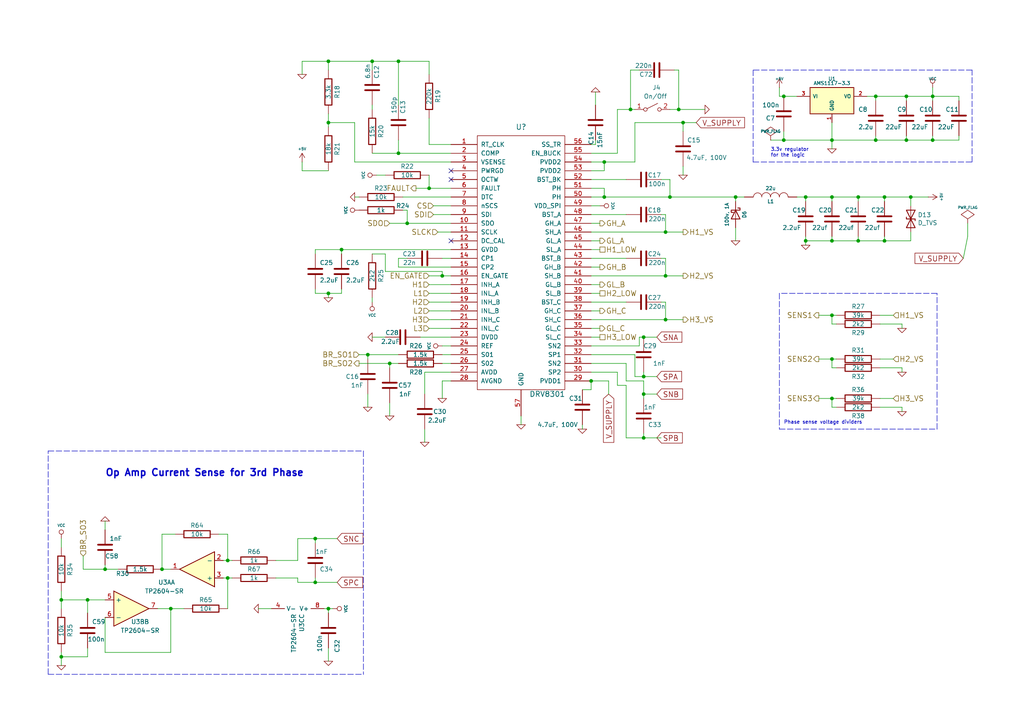
<source format=kicad_sch>
(kicad_sch (version 20250114) (generator "eeschema") (generator_version "9.0")
  (paper "A4")
  (lib_symbols
    (symbol "BLDC_4-rescue:C-RESCUE-BLDC_4" (pin_numbers (hide yes)) (pin_names (offset 0.254))
      (property "Reference" "C" (at 0 2.54 0))
      (property "Value" "C-RESCUE-BLDC_4" (at 0.1524 -2.159 0))
      (symbol "C-RESCUE-BLDC_4_1_1"
        (pin passive line (at 0 5.08 270) (length 4.318) (name "~") (number "1"))
        (pin passive line (at 0 -5.08 90) (length 4.318) (name "~") (number "2"))
      )
    )
    (symbol "BLDC_4-rescue:DRV8301" (pin_names (offset 1.016))
      (property "Reference" "U" (at 0 46.99 0))
      (property "Value" "DRV8301" (at 6.35 -29.21 0))
      (symbol "DRV8301_0_0"
        (pin passive line (at 0 -35.56 90) (length 7.62) (name "GND") (number "57"))
        (pin passive line (at 20.32 43.18 180) (length 7.62) (name "SS_TR") (number "56"))
        (pin input line (at 20.32 40.64 180) (length 7.62) (name "EN_BUCK") (number "55"))
        (pin power_in line (at 20.32 38.1 180) (length 7.62) (name "PVDD2") (number "54"))
        (pin power_in line (at 20.32 35.56 180) (length 7.62) (name "PVDD2") (number "53"))
        (pin passive line (at 20.32 33.02 180) (length 7.62) (name "BST_BK") (number "52"))
        (pin output line (at 20.32 30.48 180) (length 7.62) (name "PH") (number "51"))
        (pin output line (at 20.32 27.94 180) (length 7.62) (name "PH") (number "50"))
      )
      (symbol "DRV8301_1_0"
        (pin passive line (at 20.32 10.16 180) (length 7.62) (name "BST_B") (number "43"))
      )
      (symbol "DRV8301_1_1"
        (pin passive line (at -20.32 43.18 0) (length 7.62) (name "RT_CLK") (number "1"))
        (pin passive line (at -20.32 40.64 0) (length 7.62) (name "COMP") (number "2"))
        (pin input line (at -20.32 38.1 0) (length 7.62) (name "VSENSE") (number "3"))
        (pin input line (at -20.32 35.56 0) (length 7.62) (name "PWRGD") (number "4"))
        (pin input line (at -20.32 33.02 0) (length 7.62) (name "OCTW") (number "5"))
        (pin output line (at -20.32 30.48 0) (length 7.62) (name "FAULT") (number "6"))
        (pin passive line (at -20.32 27.94 0) (length 7.62) (name "DTC") (number "7"))
        (pin input line (at -20.32 25.4 0) (length 7.62) (name "nSCS") (number "8"))
        (pin bidirectional line (at -20.32 22.86 0) (length 7.62) (name "SDI") (number "9"))
        (pin bidirectional line (at -20.32 20.32 0) (length 7.62) (name "SDO") (number "10"))
        (pin bidirectional line (at -20.32 17.78 0) (length 7.62) (name "SCLK") (number "11"))
        (pin input line (at -20.32 15.24 0) (length 7.62) (name "DC_CAL") (number "12"))
        (pin passive line (at -20.32 12.7 0) (length 7.62) (name "GVDD") (number "13"))
        (pin passive line (at -20.32 10.16 0) (length 7.62) (name "CP1") (number "14"))
        (pin passive line (at -20.32 7.62 0) (length 7.62) (name "CP2") (number "15"))
        (pin input line (at -20.32 5.08 0) (length 7.62) (name "EN_GATE") (number "16"))
        (pin input line (at -20.32 2.54 0) (length 7.62) (name "INH_A") (number "17"))
        (pin input line (at -20.32 0 0) (length 7.62) (name "INL_A") (number "18"))
        (pin input line (at -20.32 -2.54 0) (length 7.62) (name "INH_B") (number "19"))
        (pin input line (at -20.32 -5.08 0) (length 7.62) (name "INL_B") (number "20"))
        (pin input line (at -20.32 -7.62 0) (length 7.62) (name "INH_C") (number "21"))
        (pin input line (at -20.32 -10.16 0) (length 7.62) (name "INL_C") (number "22"))
        (pin input line (at -20.32 -12.7 0) (length 7.62) (name "DVDD") (number "23"))
        (pin passive line (at -20.32 -15.24 0) (length 7.62) (name "REF") (number "24"))
        (pin input line (at -20.32 -17.78 0) (length 7.62) (name "S01") (number "25"))
        (pin input line (at -20.32 -20.32 0) (length 7.62) (name "S02") (number "26"))
        (pin power_in line (at -20.32 -22.86 0) (length 7.62) (name "AVDD") (number "27"))
        (pin passive line (at -20.32 -25.4 0) (length 7.62) (name "AVGND") (number "28"))
        (pin power_in line (at 20.32 25.4 180) (length 7.62) (name "VDD_SPI") (number "49"))
        (pin passive line (at 20.32 22.86 180) (length 7.62) (name "BST_A") (number "48"))
        (pin output line (at 20.32 20.32 180) (length 7.62) (name "GH_A") (number "47"))
        (pin input line (at 20.32 17.78 180) (length 7.62) (name "SH_A") (number "46"))
        (pin output line (at 20.32 15.24 180) (length 7.62) (name "GL_A") (number "45"))
        (pin input line (at 20.32 12.7 180) (length 7.62) (name "SL_A") (number "44"))
        (pin output line (at 20.32 7.62 180) (length 7.62) (name "GH_B") (number "42"))
        (pin input line (at 20.32 5.08 180) (length 7.62) (name "SH_B") (number "41"))
        (pin output line (at 20.32 2.54 180) (length 7.62) (name "GL_B") (number "40"))
        (pin input line (at 20.32 0 180) (length 7.62) (name "SL_B") (number "39"))
        (pin passive line (at 20.32 -2.54 180) (length 7.62) (name "BST_C") (number "38"))
        (pin output line (at 20.32 -5.08 180) (length 7.62) (name "GH_C") (number "37"))
        (pin input line (at 20.32 -7.62 180) (length 7.62) (name "SH_C") (number "36"))
        (pin output line (at 20.32 -10.16 180) (length 7.62) (name "GL_C") (number "35"))
        (pin input line (at 20.32 -12.7 180) (length 7.62) (name "SL_C") (number "34"))
        (pin input line (at 20.32 -15.24 180) (length 7.62) (name "SN2") (number "33"))
        (pin input line (at 20.32 -17.78 180) (length 7.62) (name "SP1") (number "32"))
        (pin input line (at 20.32 -20.32 180) (length 7.62) (name "SN2") (number "31"))
        (pin input line (at 20.32 -22.86 180) (length 7.62) (name "SP2") (number "30"))
        (pin power_in line (at 20.32 -25.4 180) (length 7.62) (name "PVDD1") (number "29"))
      )
    )
    (symbol "BLDC_4-rescue:GND-RESCUE-BLDC_4" (power) (pin_names (offset 0))
      (symbol "GND-RESCUE-BLDC_4_1_1"
        (pin power_in line (at 0 0 90) (length 0) (hide yes) (name "GND") (number "1"))
      )
    )
    (symbol "BLDC_4-rescue:INDUCTOR" (pin_numbers (hide yes)) (pin_names (offset 1.016) (hide yes))
      (property "Reference" "L" (at -1.27 0 90))
      (property "Value" "INDUCTOR" (at 2.54 0 90))
      (symbol "INDUCTOR_1_1"
        (pin passive line (at 0 7.62 270) (length 2.54) (name "1") (number "1"))
        (pin passive line (at 0 -7.62 90) (length 2.54) (name "2") (number "2"))
      )
    )
    (symbol "BLDC_4-rescue:NCP1117ST33T3G" (pin_names (offset 0.762))
      (property "Reference" "U" (at 0 6.35 0))
      (property "Value" "NCP1117ST33T3G" (at 0 5.08 0))
      (symbol "NCP1117ST33T3G_1_1"
        (pin power_in line (at -10.16 1.27 0) (length 3.81) (name "VI") (number "3"))
        (pin power_in line (at 0 -6.35 90) (length 2.54) (name "GND") (number "1"))
        (pin power_out line (at 10.16 1.27 180) (length 3.81) (name "VO") (number "2"))
      )
    )
    (symbol "BLDC_4-rescue:PWR_FLAG" (power) (pin_numbers (hide yes)) (pin_names (offset 0) (hide yes))
      (property "Value" "PWR_FLAG" (at 0 4.572 0))
      (symbol "PWR_FLAG_0_0"
        (pin power_out line (at 0 0 90) (length 0) (name "pwr") (number "1"))
      )
    )
    (symbol "BLDC_4-rescue:R-RESCUE-BLDC_4" (pin_numbers (hide yes)) (pin_names (offset 0))
      (property "Reference" "R" (at 2.032 0 90))
      (property "Value" "R-RESCUE-BLDC_4" (at 0.1778 0.0254 90))
      (symbol "R-RESCUE-BLDC_4_1_1"
        (pin passive line (at 0 6.35 270) (length 2.54) (name "~") (number "1"))
        (pin passive line (at 0 -6.35 90) (length 2.54) (name "~") (number "2"))
      )
    )
    (symbol "BLDC_4-rescue:VCC" (power) (pin_names (offset 0))
      (property "Value" "VCC" (at 0 3.81 0))
      (symbol "VCC_1_1"
        (pin power_in line (at 0 0 90) (length 0) (hide yes) (name "VCC") (number "1"))
      )
    )
    (symbol "Device:D_Schottky" (pin_numbers (hide yes)) (pin_names (offset 1.016) (hide yes))
      (property "Reference" "D" (at 0 2.54 0))
      (property "Value" "D_Schottky" (at 0 -2.54 0))
      (symbol "D_Schottky_1_1"
        (pin passive line (at -3.81 0 0) (length 2.54) (name "K") (number "1"))
        (pin passive line (at 3.81 0 180) (length 2.54) (name "A") (number "2"))
      )
    )
    (symbol "Device:D_TVS" (pin_numbers (hide yes)) (pin_names (offset 1.016) (hide yes))
      (property "Reference" "D" (at 0 2.54 0))
      (property "Value" "D_TVS" (at 0 -2.54 0))
      (symbol "D_TVS_1_1"
        (pin passive line (at -3.81 0 0) (length 2.54) (name "A1") (number "1"))
        (pin passive line (at 3.81 0 180) (length 2.54) (name "A2") (number "2"))
      )
    )
    (symbol "Device:Opamp_Dual_Generic"
      (property "Reference" "U" (at 0 5.08 0))
      (property "Value" "Device_Opamp_Dual_Generic" (at 0 -5.08 0))
      (symbol "Opamp_Dual_Generic_1_1"
        (pin input line (at -7.62 2.54 0) (length 2.54) (name "+") (number "3"))
        (pin input line (at -7.62 -2.54 0) (length 2.54) (name "-") (number "2"))
        (pin output line (at 7.62 0 180) (length 2.54) (name "~") (number "1"))
      )
      (symbol "Opamp_Dual_Generic_2_1"
        (pin input line (at -7.62 2.54 0) (length 2.54) (name "+") (number "5"))
        (pin input line (at -7.62 -2.54 0) (length 2.54) (name "-") (number "6"))
        (pin output line (at 7.62 0 180) (length 2.54) (name "~") (number "7"))
      )
      (symbol "Opamp_Dual_Generic_3_1"
        (pin power_in line (at -2.54 7.62 270) (length 3.81) (name "V+") (number "8"))
        (pin power_in line (at -2.54 -7.62 90) (length 3.81) (name "V-") (number "4"))
      )
    )
    (symbol "Switch:SW_SPST" (pin_names (offset 0) (hide yes))
      (property "Reference" "SW" (at 0 3.175 0))
      (property "Value" "SW_SPST" (at 0 -2.54 0))
      (symbol "SW_SPST_1_1"
        (pin passive line (at -5.08 0 0) (length 2.54) (name "A") (number "1"))
        (pin passive line (at 5.08 0 180) (length 2.54) (name "B") (number "2"))
      )
    )
    (symbol "power:+5V" (power) (pin_numbers (hide yes)) (pin_names (offset 0) (hide yes))
      (property "Value" "+5V" (at 0 3.556 0))
      (symbol "+5V_1_1"
        (pin power_in line (at 0 0 90) (length 0) (name "~") (number "1"))
      )
    )
  )
  (text "Phase sense voltage dividers" (at 227.33 123.19 0) (effects (font (size 1.016 1.016)) (justify left bottom)))
  (text "Op Amp Current Sense for 3rd Phase" (at 30.48 138.43 0) (effects (font (size 2.0066 2.0066) (thickness 0.4013) (bold yes)) (justify left bottom)))
  (text "3.3v regulator\nfor the logic" (at 223.52 45.72 0) (effects (font (size 1.016 1.016)) (justify left bottom)))
  (junction (at 241.3 57.15))
  (junction (at 248.92 69.85))
  (junction (at 91.44 156.21))
  (junction (at 175.26 46.99))
  (junction (at 213.36 57.15))
  (junction (at 115.57 17.78))
  (junction (at 227.33 40.64))
  (junction (at 196.85 31.75))
  (junction (at 118.11 64.77))
  (junction (at 66.04 162.56))
  (junction (at 248.92 57.15))
  (junction (at 106.68 102.87))
  (junction (at 25.4 173.99))
  (junction (at 193.04 92.71))
  (junction (at 182.88 31.75))
  (junction (at 115.57 44.45))
  (junction (at 113.03 105.41))
  (junction (at 66.04 167.64))
  (junction (at 254 27.94))
  (junction (at 171.45 110.49))
  (junction (at 241.3 115.57))
  (junction (at 91.44 168.91))
  (junction (at 124.46 54.61))
  (junction (at 186.69 109.22))
  (junction (at 262.89 27.94))
  (junction (at 227.33 27.94))
  (junction (at 241.3 69.85))
  (junction (at 193.04 80.01))
  (junction (at 241.3 91.44))
  (junction (at 254 40.64))
  (junction (at 99.06 72.39))
  (junction (at 256.54 57.15))
  (junction (at 17.78 190.5))
  (junction (at 30.48 165.1))
  (junction (at 256.54 69.85))
  (junction (at 46.99 165.1))
  (junction (at 264.16 57.15))
  (junction (at 194.31 57.15))
  (junction (at 262.89 40.64))
  (junction (at 49.53 176.53))
  (junction (at 128.27 80.01))
  (junction (at 233.68 69.85))
  (junction (at 95.25 35.56))
  (junction (at 107.95 17.78))
  (junction (at 95.25 17.78))
  (junction (at 198.12 35.56))
  (junction (at 186.69 127))
  (junction (at 186.69 97.79))
  (junction (at 241.3 40.64))
  (junction (at 17.78 173.99))
  (junction (at 193.04 67.31))
  (junction (at 241.3 104.14))
  (junction (at 186.69 114.3))
  (junction (at 270.51 27.94))
  (junction (at 95.25 85.09))
  (junction (at 95.25 176.53))
  (junction (at 233.68 57.15))
  (junction (at 270.51 40.64))
  (junction (at 175.26 57.15))
  (no_connect (at 130.81 49.53))
  (no_connect (at 130.81 52.07))
  (no_connect (at 130.81 69.85))
  (wire (pts (xy 124.46 41.91) (xy 130.81 41.91)))
  (wire (pts (xy 95.25 191.77) (xy 95.25 187.96)))
  (wire (pts (xy 248.92 69.85) (xy 248.92 68.58)))
  (wire (pts (xy 237.49 115.57) (xy 241.3 115.57)))
  (wire (pts (xy 241.3 40.64) (xy 254 40.64)))
  (wire (pts (xy 102.87 46.99) (xy 102.87 35.56)))
  (wire (pts (xy 171.45 72.39) (xy 173.99 72.39)))
  (wire (pts (xy 123.19 128.27) (xy 123.19 124.46)))
  (wire (pts (xy 175.26 54.61) (xy 175.26 57.15)))
  (wire (pts (xy 198.12 38.1) (xy 198.12 35.56)))
  (wire (pts (xy 193.04 74.93) (xy 193.04 80.01)))
  (polyline (pts (xy 271.78 124.46) (xy 271.78 85.09)) (stroke (width 0) (type dash)))
  (wire (pts (xy 115.57 74.93) (xy 115.57 77.47)))
  (wire (pts (xy 173.99 95.25) (xy 171.45 95.25)))
  (wire (pts (xy 173.99 85.09) (xy 171.45 85.09)))
  (wire (pts (xy 278.13 27.94) (xy 278.13 29.21)))
  (wire (pts (xy 95.25 20.32) (xy 95.25 17.78)))
  (wire (pts (xy 256.54 57.15) (xy 264.16 57.15)))
  (wire (pts (xy 91.44 156.21) (xy 97.79 156.21)))
  (wire (pts (xy 241.3 40.64) (xy 241.3 43.18)))
  (wire (pts (xy 107.95 73.66) (xy 111.76 73.66)))
  (wire (pts (xy 95.25 49.53) (xy 87.63 49.53)))
  (wire (pts (xy 186.69 115.57) (xy 186.69 114.3)))
  (wire (pts (xy 256.54 68.58) (xy 256.54 69.85)))
  (wire (pts (xy 111.76 78.74) (xy 128.27 78.74)))
  (wire (pts (xy 30.48 189.23) (xy 49.53 189.23)))
  (wire (pts (xy 270.51 25.4) (xy 270.51 27.94)))
  (wire (pts (xy 241.3 104.14) (xy 242.57 104.14)))
  (wire (pts (xy 233.68 57.15) (xy 241.3 57.15)))
  (wire (pts (xy 30.48 163.83) (xy 30.48 165.1)))
  (wire (pts (xy 264.16 69.85) (xy 256.54 69.85)))
  (wire (pts (xy 193.04 92.71) (xy 198.12 92.71)))
  (wire (pts (xy 186.69 109.22) (xy 184.15 109.22)))
  (wire (pts (xy 104.14 105.41) (xy 113.03 105.41)))
  (wire (pts (xy 66.04 162.56) (xy 64.77 162.56)))
  (wire (pts (xy 87.63 17.78) (xy 87.63 21.59)))
  (wire (pts (xy 46.99 154.94) (xy 46.99 165.1)))
  (wire (pts (xy 213.36 57.15) (xy 215.9 57.15)))
  (polyline (pts (xy 281.94 20.32) (xy 218.44 20.32)) (stroke (width 0) (type dash)))
  (wire (pts (xy 241.3 58.42) (xy 241.3 57.15)))
  (wire (pts (xy 193.04 62.23) (xy 191.77 62.23)))
  (wire (pts (xy 130.81 64.77) (xy 118.11 64.77)))
  (wire (pts (xy 124.46 95.25) (xy 130.81 95.25)))
  (wire (pts (xy 87.63 49.53) (xy 87.63 46.99)))
  (wire (pts (xy 168.91 123.19) (xy 168.91 124.46)))
  (wire (pts (xy 179.07 111.76) (xy 179.07 107.95)))
  (wire (pts (xy 67.31 162.56) (xy 66.04 162.56)))
  (wire (pts (xy 255.27 93.98) (xy 261.62 93.98)))
  (wire (pts (xy 186.69 127) (xy 191.77 127)))
  (wire (pts (xy 193.04 80.01) (xy 198.12 80.01)))
  (wire (pts (xy 113.03 105.41) (xy 115.57 105.41)))
  (wire (pts (xy 181.61 52.07) (xy 171.45 52.07)))
  (wire (pts (xy 66.04 176.53) (xy 66.04 167.64)))
  (wire (pts (xy 25.4 173.99) (xy 30.48 173.99)))
  (wire (pts (xy 107.95 44.45) (xy 115.57 44.45)))
  (wire (pts (xy 124.46 87.63) (xy 130.81 87.63)))
  (wire (pts (xy 226.06 27.94) (xy 226.06 25.4)))
  (wire (pts (xy 30.48 151.13) (xy 30.48 153.67)))
  (wire (pts (xy 213.36 58.42) (xy 213.36 57.15)))
  (wire (pts (xy 86.36 168.91) (xy 86.36 167.64)))
  (wire (pts (xy 261.62 106.68) (xy 261.62 107.95)))
  (wire (pts (xy 115.57 44.45) (xy 130.81 44.45)))
  (wire (pts (xy 186.69 107.95) (xy 186.69 109.22)))
  (wire (pts (xy 96.52 176.53) (xy 95.25 176.53)))
  (wire (pts (xy 182.88 20.32) (xy 182.88 31.75)))
  (wire (pts (xy 80.01 162.56) (xy 86.36 162.56)))
  (wire (pts (xy 95.25 35.56) (xy 95.25 36.83)))
  (wire (pts (xy 173.99 69.85) (xy 171.45 69.85)))
  (wire (pts (xy 121.92 97.79) (xy 130.81 97.79)))
  (wire (pts (xy 95.25 176.53) (xy 93.98 176.53)))
  (wire (pts (xy 74.93 176.53) (xy 78.74 176.53)))
  (wire (pts (xy 24.13 161.29) (xy 24.13 165.1)))
  (wire (pts (xy 186.69 127) (xy 181.61 127)))
  (wire (pts (xy 181.61 105.41) (xy 181.61 110.49)))
  (wire (pts (xy 181.61 110.49) (xy 186.69 110.49)))
  (wire (pts (xy 241.3 93.98) (xy 241.3 91.44)))
  (wire (pts (xy 123.19 107.95) (xy 130.81 107.95)))
  (wire (pts (xy 25.4 190.5) (xy 17.78 190.5)))
  (wire (pts (xy 171.45 92.71) (xy 193.04 92.71)))
  (wire (pts (xy 264.16 67.31) (xy 264.16 69.85)))
  (wire (pts (xy 262.89 39.37) (xy 262.89 40.64)))
  (wire (pts (xy 184.15 35.56) (xy 184.15 46.99)))
  (wire (pts (xy 91.44 73.66) (xy 91.44 72.39)))
  (wire (pts (xy 128.27 100.33) (xy 130.81 100.33)))
  (wire (pts (xy 118.11 60.96) (xy 118.11 64.77)))
  (wire (pts (xy 184.15 102.87) (xy 184.15 109.22)))
  (wire (pts (xy 175.26 57.15) (xy 194.31 57.15)))
  (wire (pts (xy 179.07 31.75) (xy 179.07 44.45)))
  (wire (pts (xy 278.13 40.64) (xy 270.51 40.64)))
  (wire (pts (xy 213.36 66.04) (xy 213.36 69.85)))
  (wire (pts (xy 227.33 40.64) (xy 241.3 40.64)))
  (wire (pts (xy 107.95 87.63) (xy 107.95 86.36)))
  (wire (pts (xy 193.04 74.93) (xy 191.77 74.93)))
  (wire (pts (xy 254 27.94) (xy 254 29.21)))
  (wire (pts (xy 91.44 72.39) (xy 99.06 72.39)))
  (wire (pts (xy 227.33 38.1) (xy 227.33 40.64)))
  (wire (pts (xy 171.45 113.03) (xy 171.45 110.49)))
  (wire (pts (xy 181.61 127) (xy 181.61 111.76)))
  (wire (pts (xy 186.69 97.79) (xy 190.5 97.79)))
  (wire (pts (xy 256.54 58.42) (xy 256.54 57.15)))
  (wire (pts (xy 172.72 26.67) (xy 172.72 30.48)))
  (wire (pts (xy 237.49 104.14) (xy 241.3 104.14)))
  (wire (pts (xy 171.45 107.95) (xy 179.07 107.95)))
  (wire (pts (xy 128.27 110.49) (xy 128.27 115.57)))
  (wire (pts (xy 171.45 41.91) (xy 172.72 41.91)))
  (wire (pts (xy 123.19 107.95) (xy 123.19 114.3)))
  (polyline (pts (xy 218.44 46.99) (xy 281.94 46.99)) (stroke (width 0) (type dash)))
  (polyline (pts (xy 218.44 20.32) (xy 218.44 46.99)) (stroke (width 0) (type dash)))
  (wire (pts (xy 173.99 77.47) (xy 171.45 77.47)))
  (wire (pts (xy 181.61 74.93) (xy 171.45 74.93)))
  (wire (pts (xy 111.76 97.79) (xy 107.95 97.79)))
  (wire (pts (xy 116.84 60.96) (xy 118.11 60.96)))
  (polyline (pts (xy 281.94 46.99) (xy 281.94 20.32)) (stroke (width 0) (type dash)))
  (wire (pts (xy 17.78 156.21) (xy 17.78 158.75)))
  (wire (pts (xy 124.46 92.71) (xy 130.81 92.71)))
  (wire (pts (xy 256.54 69.85) (xy 248.92 69.85)))
  (wire (pts (xy 115.57 77.47) (xy 130.81 77.47)))
  (wire (pts (xy 49.53 176.53) (xy 45.72 176.53)))
  (polyline (pts (xy 271.78 85.09) (xy 226.06 85.09)) (stroke (width 0) (type dash)))
  (wire (pts (xy 196.85 20.32) (xy 196.85 31.75)))
  (wire (pts (xy 270.51 27.94) (xy 278.13 27.94)))
  (wire (pts (xy 186.69 125.73) (xy 186.69 127)))
  (wire (pts (xy 95.25 85.09) (xy 95.25 86.36)))
  (wire (pts (xy 116.84 57.15) (xy 130.81 57.15)))
  (wire (pts (xy 118.11 64.77) (xy 113.03 64.77)))
  (wire (pts (xy 171.45 87.63) (xy 181.61 87.63)))
  (wire (pts (xy 264.16 57.15) (xy 269.24 57.15)))
  (wire (pts (xy 255.27 118.11) (xy 261.62 118.11)))
  (wire (pts (xy 171.45 113.03) (xy 168.91 113.03)))
  (wire (pts (xy 185.42 97.79) (xy 186.69 97.79)))
  (wire (pts (xy 186.69 109.22) (xy 190.5 109.22)))
  (wire (pts (xy 91.44 85.09) (xy 91.44 83.82)))
  (wire (pts (xy 128.27 105.41) (xy 130.81 105.41)))
  (wire (pts (xy 30.48 165.1) (xy 34.29 165.1)))
  (wire (pts (xy 63.5 154.94) (xy 66.04 154.94)))
  (wire (pts (xy 173.99 82.55) (xy 171.45 82.55)))
  (wire (pts (xy 95.25 17.78) (xy 87.63 17.78)))
  (wire (pts (xy 106.68 104.14) (xy 106.68 102.87)))
  (wire (pts (xy 171.45 102.87) (xy 184.15 102.87)))
  (wire (pts (xy 25.4 187.96) (xy 25.4 190.5)))
  (wire (pts (xy 175.26 46.99) (xy 175.26 49.53)))
  (wire (pts (xy 95.25 85.09) (xy 91.44 85.09)))
  (wire (pts (xy 99.06 73.66) (xy 99.06 72.39)))
  (polyline (pts (xy 226.06 85.09) (xy 226.06 124.46)) (stroke (width 0) (type dash)))
  (wire (pts (xy 128.27 110.49) (xy 130.81 110.49)))
  (wire (pts (xy 181.61 62.23) (xy 171.45 62.23)))
  (wire (pts (xy 115.57 30.48) (xy 115.57 17.78)))
  (wire (pts (xy 128.27 74.93) (xy 130.81 74.93)))
  (wire (pts (xy 25.4 177.8) (xy 25.4 173.99)))
  (wire (pts (xy 195.58 20.32) (xy 196.85 20.32)))
  (wire (pts (xy 171.45 54.61) (xy 175.26 54.61)))
  (wire (pts (xy 130.81 46.99) (xy 102.87 46.99)))
  (wire (pts (xy 171.45 46.99) (xy 175.26 46.99)))
  (wire (pts (xy 17.78 190.5) (xy 17.78 189.23)))
  (wire (pts (xy 248.92 57.15) (xy 256.54 57.15)))
  (wire (pts (xy 241.3 104.14) (xy 241.3 106.68)))
  (wire (pts (xy 255.27 106.68) (xy 261.62 106.68)))
  (wire (pts (xy 227.33 27.94) (xy 231.14 27.94)))
  (wire (pts (xy 111.76 73.66) (xy 111.76 78.74)))
  (wire (pts (xy 107.95 31.75) (xy 107.95 30.48)))
  (wire (pts (xy 194.31 31.75) (xy 196.85 31.75)))
  (wire (pts (xy 231.14 57.15) (xy 233.68 57.15)))
  (wire (pts (xy 193.04 87.63) (xy 191.77 87.63)))
  (wire (pts (xy 185.42 97.79) (xy 185.42 100.33)))
  (wire (pts (xy 24.13 165.1) (xy 30.48 165.1)))
  (wire (pts (xy 95.25 33.02) (xy 95.25 35.56)))
  (wire (pts (xy 107.95 17.78) (xy 95.25 17.78)))
  (wire (pts (xy 118.11 74.93) (xy 115.57 74.93)))
  (wire (pts (xy 127 67.31) (xy 130.81 67.31)))
  (wire (pts (xy 107.95 20.32) (xy 107.95 17.78)))
  (wire (pts (xy 86.36 156.21) (xy 86.36 162.56)))
  (wire (pts (xy 171.45 57.15) (xy 175.26 57.15)))
  (wire (pts (xy 255.27 115.57) (xy 259.08 115.57)))
  (wire (pts (xy 254 27.94) (xy 262.89 27.94)))
  (polyline (pts (xy 13.97 130.81) (xy 105.41 130.81)) (stroke (width 0) (type dash)))
  (wire (pts (xy 99.06 72.39) (xy 130.81 72.39)))
  (wire (pts (xy 17.78 173.99) (xy 25.4 173.99)))
  (wire (pts (xy 186.69 110.49) (xy 186.69 114.3)))
  (wire (pts (xy 130.81 85.09) (xy 124.46 85.09)))
  (wire (pts (xy 264.16 57.15) (xy 264.16 59.69)))
  (wire (pts (xy 17.78 173.99) (xy 17.78 176.53)))
  (wire (pts (xy 128.27 80.01) (xy 130.81 80.01)))
  (wire (pts (xy 124.46 54.61) (xy 130.81 54.61)))
  (wire (pts (xy 171.45 67.31) (xy 193.04 67.31)))
  (wire (pts (xy 113.03 106.68) (xy 113.03 105.41)))
  (wire (pts (xy 226.06 27.94) (xy 227.33 27.94)))
  (wire (pts (xy 115.57 40.64) (xy 115.57 44.45)))
  (wire (pts (xy 106.68 118.11) (xy 106.68 114.3)))
  (wire (pts (xy 255.27 91.44) (xy 259.08 91.44)))
  (wire (pts (xy 179.07 31.75) (xy 182.88 31.75)))
  (wire (pts (xy 171.45 80.01) (xy 193.04 80.01)))
  (wire (pts (xy 254 40.64) (xy 254 39.37)))
  (wire (pts (xy 171.45 100.33) (xy 185.42 100.33)))
  (wire (pts (xy 184.15 35.56) (xy 198.12 35.56)))
  (wire (pts (xy 196.85 31.75) (xy 204.47 31.75)))
  (wire (pts (xy 242.57 118.11) (xy 241.3 118.11)))
  (wire (pts (xy 173.99 64.77) (xy 171.45 64.77)))
  (wire (pts (xy 91.44 167.64) (xy 91.44 168.91)))
  (wire (pts (xy 198.12 48.26) (xy 198.12 50.8)))
  (wire (pts (xy 186.69 114.3) (xy 190.5 114.3)))
  (wire (pts (xy 181.61 111.76) (xy 179.07 111.76)))
  (wire (pts (xy 182.88 31.75) (xy 184.15 31.75)))
  (wire (pts (xy 53.34 176.53) (xy 49.53 176.53)))
  (wire (pts (xy 237.49 91.44) (xy 241.3 91.44)))
  (wire (pts (xy 173.99 59.69) (xy 171.45 59.69)))
  (wire (pts (xy 124.46 80.01) (xy 128.27 80.01)))
  (wire (pts (xy 262.89 27.94) (xy 262.89 29.21)))
  (wire (pts (xy 194.31 52.07) (xy 194.31 57.15)))
  (wire (pts (xy 261.62 118.11) (xy 261.62 119.38)))
  (wire (pts (xy 241.3 115.57) (xy 242.57 115.57)))
  (wire (pts (xy 50.8 154.94) (xy 46.99 154.94)))
  (wire (pts (xy 171.45 97.79) (xy 173.99 97.79)))
  (wire (pts (xy 194.31 57.15) (xy 213.36 57.15)))
  (wire (pts (xy 109.22 50.8) (xy 111.76 50.8)))
  (wire (pts (xy 270.51 40.64) (xy 270.51 39.37)))
  (wire (pts (xy 280.67 64.77) (xy 280.67 68.58)))
  (wire (pts (xy 262.89 27.94) (xy 270.51 27.94)))
  (wire (pts (xy 128.27 78.74) (xy 128.27 80.01)))
  (wire (pts (xy 86.36 156.21) (xy 91.44 156.21)))
  (wire (pts (xy 172.72 41.91) (xy 172.72 40.64)))
  (wire (pts (xy 255.27 104.14) (xy 259.08 104.14)))
  (wire (pts (xy 280.67 68.58) (xy 279.4 74.93)))
  (wire (pts (xy 248.92 58.42) (xy 248.92 57.15)))
  (wire (pts (xy 251.46 27.94) (xy 254 27.94)))
  (wire (pts (xy 125.73 59.69) (xy 130.81 59.69)))
  (wire (pts (xy 106.68 102.87) (xy 115.57 102.87)))
  (wire (pts (xy 91.44 168.91) (xy 97.79 168.91)))
  (wire (pts (xy 171.45 110.49) (xy 176.53 110.49)))
  (wire (pts (xy 66.04 154.94) (xy 66.04 162.56)))
  (wire (pts (xy 125.73 62.23) (xy 130.81 62.23)))
  (wire (pts (xy 80.01 167.64) (xy 86.36 167.64)))
  (wire (pts (xy 262.89 40.64) (xy 270.51 40.64)))
  (wire (pts (xy 102.87 35.56) (xy 95.25 35.56)))
  (wire (pts (xy 185.42 20.32) (xy 182.88 20.32)))
  (wire (pts (xy 17.78 171.45) (xy 17.78 173.99)))
  (wire (pts (xy 233.68 69.85) (xy 241.3 69.85)))
  (wire (pts (xy 254 40.64) (xy 262.89 40.64)))
  (wire (pts (xy 193.04 62.23) (xy 193.04 67.31)))
  (wire (pts (xy 175.26 49.53) (xy 171.45 49.53)))
  (wire (pts (xy 49.53 189.23) (xy 49.53 176.53)))
  (wire (pts (xy 151.13 120.65) (xy 151.13 123.19)))
  (wire (pts (xy 184.15 46.99) (xy 175.26 46.99)))
  (wire (pts (xy 104.14 57.15) (xy 102.87 57.15)))
  (wire (pts (xy 198.12 35.56) (xy 201.93 35.56)))
  (polyline (pts (xy 13.97 195.58) (xy 13.97 130.81)) (stroke (width 0) (type dash)))
  (wire (pts (xy 241.3 106.68) (xy 242.57 106.68)))
  (wire (pts (xy 191.77 52.07) (xy 194.31 52.07)))
  (wire (pts (xy 99.06 83.82) (xy 99.06 85.09)))
  (polyline (pts (xy 226.06 124.46) (xy 271.78 124.46)) (stroke (width 0) (type dash)))
  (wire (pts (xy 270.51 27.94) (xy 270.51 29.21)))
  (wire (pts (xy 233.68 71.12) (xy 233.68 69.85)))
  (wire (pts (xy 104.14 102.87) (xy 106.68 102.87)))
  (wire (pts (xy 241.3 69.85) (xy 248.92 69.85)))
  (wire (pts (xy 113.03 120.65) (xy 113.03 116.84)))
  (wire (pts (xy 64.77 167.64) (xy 66.04 167.64)))
  (wire (pts (xy 91.44 157.48) (xy 91.44 156.21)))
  (wire (pts (xy 99.06 85.09) (xy 95.25 85.09)))
  (wire (pts (xy 173.99 90.17) (xy 171.45 90.17)))
  (wire (pts (xy 179.07 44.45) (xy 171.45 44.45)))
  (wire (pts (xy 241.3 91.44) (xy 242.57 91.44)))
  (wire (pts (xy 115.57 17.78) (xy 107.95 17.78)))
  (wire (pts (xy 124.46 17.78) (xy 115.57 17.78)))
  (wire (pts (xy 193.04 87.63) (xy 193.04 92.71)))
  (wire (pts (xy 17.78 193.04) (xy 17.78 190.5)))
  (wire (pts (xy 233.68 69.85) (xy 233.68 68.58)))
  (wire (pts (xy 124.46 54.61) (xy 120.65 54.61)))
  (wire (pts (xy 49.53 165.1) (xy 46.99 165.1)))
  (wire (pts (xy 233.68 57.15) (xy 233.68 58.42)))
  (wire (pts (xy 128.27 102.87) (xy 130.81 102.87)))
  (wire (pts (xy 278.13 39.37) (xy 278.13 40.64)))
  (polyline (pts (xy 105.41 130.81) (xy 105.41 195.58)) (stroke (width 0) (type dash)))
  (wire (pts (xy 91.44 168.91) (xy 86.36 168.91)))
  (wire (pts (xy 176.53 110.49) (xy 176.53 114.3)))
  (wire (pts (xy 30.48 179.07) (xy 30.48 189.23)))
  (wire (pts (xy 66.04 167.64) (xy 67.31 167.64)))
  (wire (pts (xy 124.46 21.59) (xy 124.46 17.78)))
  (polyline (pts (xy 13.97 195.58) (xy 105.41 195.58)) (stroke (width 0) (type dash)))
  (wire (pts (xy 124.46 50.8) (xy 124.46 54.61)))
  (wire (pts (xy 241.3 118.11) (xy 241.3 115.57)))
  (wire (pts (xy 261.62 93.98) (xy 261.62 95.25)))
  (wire (pts (xy 124.46 41.91) (xy 124.46 34.29)))
  (wire (pts (xy 130.81 90.17) (xy 124.46 90.17)))
  (wire (pts (xy 223.52 40.64) (xy 227.33 40.64)))
  (wire (pts (xy 171.45 105.41) (xy 181.61 105.41)))
  (wire (pts (xy 241.3 57.15) (xy 248.92 57.15)))
  (wire (pts (xy 241.3 68.58) (xy 241.3 69.85)))
  (wire (pts (xy 95.25 177.8) (xy 95.25 176.53)))
  (wire (pts (xy 193.04 67.31) (xy 198.12 67.31)))
  (wire (pts (xy 124.46 82.55) (xy 130.81 82.55)))
  (wire (pts (xy 242.57 93.98) (xy 241.3 93.98)))
  (wire (pts (xy 241.3 35.56) (xy 241.3 40.64)))
  (global_label "V_SUPPLY" (shape input) (at 279.4 74.93 180) (effects (font (size 1.524 1.524))) (property "Intersheetrefs" "${INTERSHEET_REFS}" (effects (hide yes))))
  (global_label "SNA" (shape input) (at 190.5 97.79 0) (effects (font (size 1.524 1.524))) (property "Intersheetrefs" "${INTERSHEET_REFS}" (effects (hide yes))))
  (global_label "V_SUPPLY" (shape input) (at 176.53 114.3 270) (effects (font (size 1.524 1.524))) (property "Intersheetrefs" "${INTERSHEET_REFS}" (effects (hide yes))))
  (global_label "V_SUPPLY" (shape input) (at 201.93 35.56 0) (effects (font (size 1.524 1.524))) (property "Intersheetrefs" "${INTERSHEET_REFS}" (effects (hide yes))))
  (global_label "SPA" (shape input) (at 190.5 109.22 0) (effects (font (size 1.524 1.524))) (property "Intersheetrefs" "${INTERSHEET_REFS}" (effects (hide yes))))
  (global_label "SPC" (shape input) (at 97.79 168.91 0) (effects (font (size 1.524 1.524))) (property "Intersheetrefs" "${INTERSHEET_REFS}" (effects (hide yes))))
  (global_label "SNB" (shape input) (at 190.5 114.3 0) (effects (font (size 1.524 1.524))) (property "Intersheetrefs" "${INTERSHEET_REFS}" (effects (hide yes))))
  (global_label "SNC" (shape input) (at 97.79 156.21 0) (effects (font (size 1.524 1.524))) (property "Intersheetrefs" "${INTERSHEET_REFS}" (effects (hide yes))))
  (global_label "SPB" (shape input) (at 190.5 127 0) (effects (font (size 1.524 1.524))) (property "Intersheetrefs" "${INTERSHEET_REFS}" (effects (hide yes))))
  (hierarchical_label "L1" (shape input) (at 124.46 85.09 180) (effects (font (size 1.524 1.524))))
  (hierarchical_label "GH_C" (shape output) (at 173.99 90.17 0) (effects (font (size 1.524 1.524))))
  (hierarchical_label "GH_B" (shape output) (at 173.99 77.47 0) (effects (font (size 1.524 1.524))))
  (hierarchical_label "H2_VS" (shape input) (at 259.08 104.14 0) (effects (font (size 1.524 1.524))))
  (hierarchical_label "H3" (shape input) (at 124.46 92.71 180) (effects (font (size 1.524 1.524))))
  (hierarchical_label "CS" (shape input) (at 125.73 59.69 180) (effects (font (size 1.524 1.524))))
  (hierarchical_label "H1_LOW" (shape passive) (at 173.99 72.39 0) (effects (font (size 1.524 1.524))))
  (hierarchical_label "H1_VS" (shape input) (at 259.08 91.44 0) (effects (font (size 1.524 1.524))))
  (hierarchical_label "SENS1" (shape output) (at 237.49 91.44 180) (effects (font (size 1.524 1.524))))
  (hierarchical_label "EN_GATE" (shape input) (at 124.46 80.01 180) (effects (font (size 1.524 1.524))))
  (hierarchical_label "GL_A" (shape output) (at 173.99 69.85 0) (effects (font (size 1.524 1.524))))
  (hierarchical_label "SDI" (shape input) (at 125.73 62.23 180) (effects (font (size 1.524 1.524))))
  (hierarchical_label "SDO" (shape input) (at 113.03 64.77 180) (effects (font (size 1.524 1.524))))
  (hierarchical_label "H2" (shape input) (at 124.46 87.63 180) (effects (font (size 1.524 1.524))))
  (hierarchical_label "BR_SO1" (shape input) (at 104.14 102.87 180) (effects (font (size 1.524 1.524))))
  (hierarchical_label "GL_B" (shape output) (at 173.99 82.55 0) (effects (font (size 1.524 1.524))))
  (hierarchical_label "L3" (shape input) (at 124.46 95.25 180) (effects (font (size 1.524 1.524))))
  (hierarchical_label "BR_SO3" (shape input) (at 24.13 161.29 90) (effects (font (size 1.524 1.524))))
  (hierarchical_label "BR_SO2" (shape output) (at 104.14 105.41 180) (effects (font (size 1.524 1.524))))
  (hierarchical_label "H2_VS" (shape output) (at 198.12 80.01 0) (effects (font (size 1.524 1.524))))
  (hierarchical_label "H1" (shape input) (at 124.46 82.55 180) (effects (font (size 1.524 1.524))))
  (hierarchical_label "SENS2" (shape output) (at 237.49 104.14 180) (effects (font (size 1.524 1.524))))
  (hierarchical_label "H3_LOW" (shape passive) (at 173.99 97.79 0) (effects (font (size 1.524 1.524))))
  (hierarchical_label "GH_A" (shape output) (at 173.99 64.77 0) (effects (font (size 1.524 1.524))))
  (hierarchical_label "H3_VS" (shape output) (at 198.12 92.71 0) (effects (font (size 1.524 1.524))))
  (hierarchical_label "SENS3" (shape output) (at 237.49 115.57 180) (effects (font (size 1.524 1.524))))
  (hierarchical_label "H3_VS" (shape input) (at 259.08 115.57 0) (effects (font (size 1.524 1.524))))
  (hierarchical_label "H2_LOW" (shape passive) (at 173.99 85.09 0) (effects (font (size 1.524 1.524))))
  (hierarchical_label "GL_C" (shape output) (at 173.99 95.25 0) (effects (font (size 1.524 1.524))))
  (hierarchical_label "FAULT" (shape output) (at 120.65 54.61 180) (effects (font (size 1.524 1.524))))
  (hierarchical_label "SLCK" (shape input) (at 127 67.31 180) (effects (font (size 1.524 1.524))))
  (hierarchical_label "L2" (shape input) (at 124.46 90.17 180) (effects (font (size 1.524 1.524))))
  (hierarchical_label "H1_VS" (shape output) (at 198.12 67.31 0) (effects (font (size 1.524 1.524))))
  (symbol (lib_id "BLDC_4-rescue:R-RESCUE-BLDC_4") (at 248.92 91.44 270) (unit 1)
    (property "Reference" "R27" (at 248.92 88.9 90))
    (property "Value" "39k" (at 248.92 91.44 90))
    (property "Footprint" "Resistor_SMD:R_0603_1608Metric" (effects (hide yes)))
  )
  (symbol (lib_id "BLDC_4-rescue:R-RESCUE-BLDC_4") (at 248.92 93.98 270) (unit 1)
    (property "Reference" "R29" (at 248.92 96.52 90))
    (property "Value" "2k2" (at 248.92 93.98 90))
    (property "Footprint" "Resistor_SMD:R_0603_1608Metric" (effects (hide yes)))
  )
  (symbol (lib_id "BLDC_4-rescue:GND-RESCUE-BLDC_4") (at 261.62 95.25 0) (unit 1)
    (property "Reference" "#PWR044" (effects (hide yes)))
    (property "Value" "GND" (effects (hide yes)))
  )
  (symbol (lib_id "BLDC_4-rescue:GND-RESCUE-BLDC_4") (at 261.62 107.95 0) (unit 1)
    (property "Reference" "#PWR048" (effects (hide yes)))
    (property "Value" "GND" (effects (hide yes)))
  )
  (symbol (lib_id "BLDC_4-rescue:R-RESCUE-BLDC_4") (at 248.92 106.68 270) (unit 1)
    (property "Reference" "R32" (at 248.92 109.22 90))
    (property "Value" "2k2" (at 248.92 106.68 90))
    (property "Footprint" "Resistor_SMD:R_0603_1608Metric" (effects (hide yes)))
  )
  (symbol (lib_id "BLDC_4-rescue:R-RESCUE-BLDC_4") (at 248.92 118.11 270) (unit 1)
    (property "Reference" "R38" (at 248.92 120.65 90))
    (property "Value" "2k2" (at 248.92 118.11 90))
    (property "Footprint" "Resistor_SMD:R_0603_1608Metric" (effects (hide yes)))
  )
  (symbol (lib_id "BLDC_4-rescue:GND-RESCUE-BLDC_4") (at 261.62 119.38 0) (unit 1)
    (property "Reference" "#PWR052" (effects (hide yes)))
    (property "Value" "GND" (effects (hide yes)))
  )
  (symbol (lib_id "BLDC_4-rescue:DRV8301") (at 151.13 85.09 0) (unit 1)
    (property "Reference" "U2" (at 151.13 36.83 0) (effects (font (size 1.524 1.524))))
    (property "Value" "DRV8301" (at 158.75 114.3 0) (effects (font (size 1.524 1.524))))
    (property "Footprint" "Package_SO:HTSSOP-56-1EP_6.1x14mm_P0.5mm_EP3.61x6.35mm" (effects (hide yes)))
    (property "Datasheet" "http://www.ti.com/lit/ds/symlink/drv8353r.pdf" (effects (hide yes)))
    (instances (project "" (path "" (reference "U?") (unit 1)) (path "" (reference "U2") (unit 1))))
  )
  (symbol (lib_id "BLDC_4-rescue:INDUCTOR") (at 223.52 57.15 90) (unit 1)
    (property "Reference" "L1" (at 223.52 58.42 90) (effects (font (size 1.016 1.016))))
    (property "Value" "22u" (at 223.52 54.61 90) (effects (font (size 1.016 1.016))))
    (property "Footprint" "Inductor_SMD:L_Taiyo-Yuden_NR-60xx_HandSoldering" (effects (hide yes)))
  )
  (symbol (lib_id "BLDC_4-rescue:C-RESCUE-BLDC_4") (at 254 34.29 0) (unit 1)
    (property "Reference" "C8" (at 248.92 31.75 0) (effects (justify left)))
    (property "Value" "2.2u" (at 248.92 36.83 0) (effects (justify left)))
    (property "Footprint" "Capacitor_SMD:C_0603_1608Metric" (effects (hide yes)))
  )
  (symbol (lib_id "BLDC_4-rescue:GND-RESCUE-BLDC_4") (at 241.3 43.18 0) (unit 1)
    (property "Reference" "#PWR027" (effects (hide yes)))
    (property "Value" "GND" (effects (hide yes)))
  )
  (symbol (lib_id "BLDC_4-rescue:VCC") (at 270.51 25.4 0) (unit 1)
    (property "Reference" "#PWR026" (effects (hide yes)))
    (property "Value" "VCC" (at 270.51 22.86 0) (effects (font (size 0.762 0.762))))
  )
  (symbol (lib_id "BLDC_4-rescue:PWR_FLAG") (at 223.52 40.64 0) (unit 1)
    (property "Reference" "#FLG01" (effects (hide yes)))
    (property "Value" "PWR_FLAG" (at 223.52 38.1 0) (effects (font (size 0.762 0.762))))
  )
  (symbol (lib_id "BLDC_4-rescue:PWR_FLAG") (at 280.67 64.77 0) (unit 1)
    (property "Reference" "#FLG02" (effects (hide yes)))
    (property "Value" "PWR_FLAG" (at 280.67 60.198 0) (effects (font (size 0.762 0.762))))
  )
  (symbol (lib_id "BLDC_4-rescue:NCP1117ST33T3G") (at 241.3 29.21 0) (unit 1)
    (property "Reference" "U1" (at 241.3 22.86 0) (effects (font (size 1.016 1.016))))
    (property "Value" "AMS1117-3.3" (at 241.3 24.13 0) (effects (font (size 1.016 1.016))))
    (property "Footprint" "Package_TO_SOT_SMD:SOT-223-3_TabPin2" (effects (hide yes)))
  )
  (symbol (lib_id "BLDC_4-rescue:GND-RESCUE-BLDC_4") (at 87.63 21.59 0) (unit 1)
    (property "Reference" "#PWR028" (effects (hide yes)))
    (property "Value" "GND" (effects (hide yes)))
  )
  (symbol (lib_id "BLDC_4-rescue:C-RESCUE-BLDC_4") (at 115.57 35.56 0) (unit 1)
    (property "Reference" "C13" (at 116.84 33.02 90) (effects (justify left)))
    (property "Value" "150p" (at 114.3 33.02 90) (effects (justify left)))
    (property "Footprint" "Capacitor_SMD:C_0603_1608Metric" (effects (hide yes)))
  )
  (symbol (lib_id "BLDC_4-rescue:C-RESCUE-BLDC_4") (at 168.91 118.11 180) (unit 1)
    (property "Reference" "C31" (at 168.91 115.57 0) (effects (justify left)))
    (property "Value" "4.7uF, 100V" (at 167.64 123.19 0) (effects (justify left)))
    (property "Footprint" "Capacitor_SMD:C_1210_3225Metric_Pad1.42x2.65mm_HandSolder" (effects (hide yes)))
  )
  (symbol (lib_id "BLDC_4-rescue:GND-RESCUE-BLDC_4") (at 151.13 123.19 0) (unit 1)
    (property "Reference" "#PWR047" (effects (hide yes)))
    (property "Value" "GND" (effects (hide yes)))
  )
  (symbol (lib_id "BLDC_4-rescue:GND-RESCUE-BLDC_4") (at 168.91 124.46 0) (unit 1)
    (property "Reference" "#PWR049" (effects (hide yes)))
    (property "Value" "GND" (effects (hide yes)))
  )
  (symbol (lib_id "BLDC_4-rescue:GND-RESCUE-BLDC_4") (at 198.12 50.8 0) (unit 1)
    (property "Reference" "#PWR033" (effects (hide yes)))
    (property "Value" "GND" (effects (hide yes)))
  )
  (symbol (lib_id "Device:D_Schottky") (at 213.36 62.23 270) (unit 1)
    (property "Reference" "D6" (at 215.9 62.23 0) (effects (font (size 1.016 1.016))))
    (property "Value" "100v, 1A" (at 210.82 62.23 0) (effects (font (size 1.016 1.016))))
    (property "Footprint" "Diode_SMD:D_SMA" (effects (hide yes)))
  )
  (symbol (lib_id "power:+5V") (at 226.06 25.4 0) (unit 1)
    (property "Reference" "#PWR025" (effects (hide yes)))
    (property "Value" "+5V" (at 226.06 22.86 0) (effects (font (size 0.762 0.762))))
  )
  (symbol (lib_id "BLDC_4-rescue:C-RESCUE-BLDC_4") (at 123.19 74.93 90) (unit 1)
    (property "Reference" "C23" (at 120.65 73.66 90) (effects (justify left)))
    (property "Value" "22n" (at 120.65 76.2 90) (effects (justify left)))
    (property "Footprint" "Capacitor_SMD:C_0603_1608Metric" (effects (hide yes)))
  )
  (symbol (lib_id "BLDC_4-rescue:C-RESCUE-BLDC_4") (at 116.84 97.79 270) (unit 1)
    (property "Reference" "C28" (at 111.76 96.52 90) (effects (justify left)))
    (property "Value" "2.2uF" (at 110.49 99.06 90) (effects (justify left)))
    (property "Footprint" "Capacitor_SMD:C_0603_1608Metric" (effects (hide yes)))
  )
  (symbol (lib_id "BLDC_4-rescue:C-RESCUE-BLDC_4") (at 123.19 119.38 180) (unit 1)
    (property "Reference" "C30" (at 129.54 119.38 0) (effects (justify left)))
    (property "Value" "2.2uF" (at 129.54 121.92 0) (effects (justify left)))
    (property "Footprint" "Capacitor_SMD:C_0603_1608Metric" (effects (hide yes)))
  )
  (symbol (lib_id "Switch:SW_SPST") (at 189.23 31.75 0) (unit 1)
    (property "Reference" "J4" (at 189.23 25.4 0) (effects (justify left)))
    (property "Value" "On/Off" (at 186.69 27.94 0) (effects (justify left)))
    (property "Footprint" "Connector_JST:JST_PH_B2B-PH-K_1x02_P2.00mm_Vertical" (effects (hide yes)))
  )
  (symbol (lib_id "BLDC_4-rescue:C-RESCUE-BLDC_4") (at 227.33 33.02 180) (unit 1)
    (property "Reference" "C7" (at 224.79 34.29 0) (effects (justify left)))
    (property "Value" "100n" (at 226.06 30.48 0) (effects (justify left)))
    (property "Footprint" "Capacitor_SMD:C_0603_1608Metric" (effects (hide yes)))
    (instances (project "" (path "" (reference "C7") (unit 1)) (path "" (reference "C?") (unit 1))))
  )
  (symbol (lib_id "BLDC_4-rescue:R-RESCUE-BLDC_4") (at 118.11 50.8 90) (unit 1)
    (property "Reference" "R22" (at 118.11 48.26 90))
    (property "Value" "10k" (at 118.11 50.8 90))
    (property "Footprint" "Resistor_SMD:R_0603_1608Metric" (effects (hide yes)))
  )
  (symbol (lib_id "BLDC_4-rescue:R-RESCUE-BLDC_4") (at 124.46 27.94 180) (unit 1)
    (property "Reference" "R19" (at 127 27.94 90))
    (property "Value" "220k" (at 124.46 27.94 90))
    (property "Footprint" "Resistor_SMD:R_0603_1608Metric" (effects (hide yes)))
  )
  (symbol (lib_id "BLDC_4-rescue:C-RESCUE-BLDC_4") (at 241.3 63.5 180) (unit 1)
    (property "Reference" "C20" (at 241.3 60.96 0) (effects (justify left)))
    (property "Value" "22uf" (at 240.03 66.04 0) (effects (justify left)))
    (property "Footprint" "Capacitor_SMD:C_0805_2012Metric" (effects (hide yes)))
  )
  (symbol (lib_id "BLDC_4-rescue:C-RESCUE-BLDC_4") (at 248.92 63.5 180) (unit 1)
    (property "Reference" "C21" (at 248.92 60.96 0) (effects (justify left)))
    (property "Value" "22uf" (at 247.65 66.04 0) (effects (justify left)))
    (property "Footprint" "Capacitor_SMD:C_0805_2012Metric" (effects (hide yes)))
  )
  (symbol (lib_id "BLDC_4-rescue:R-RESCUE-BLDC_4") (at 107.95 80.01 0) (unit 1)
    (property "Reference" "R25" (at 110.49 80.01 90))
    (property "Value" "2k2" (at 107.95 80.01 90))
    (property "Footprint" "Resistor_SMD:R_0603_1608Metric" (effects (hide yes)))
  )
  (symbol (lib_id "power:+5V") (at 269.24 57.15 270) (unit 1)
    (property "Reference" "#PWR035" (effects (hide yes)))
    (property "Value" "+5V" (at 273.05 57.15 0) (effects (font (size 0.762 0.762))))
  )
  (symbol (lib_id "BLDC_4-rescue:C-RESCUE-BLDC_4") (at 107.95 25.4 0) (unit 1)
    (property "Reference" "C12" (at 109.22 22.86 90) (effects (justify left)))
    (property "Value" "6.8n" (at 106.68 22.86 90) (effects (justify left)))
    (property "Footprint" "Capacitor_SMD:C_0603_1608Metric" (effects (hide yes)))
  )
  (symbol (lib_id "BLDC_4-rescue:R-RESCUE-BLDC_4") (at 95.25 26.67 180) (unit 1)
    (property "Reference" "R18" (at 97.79 26.67 90))
    (property "Value" "3.3k" (at 95.25 26.67 90))
    (property "Footprint" "Resistor_SMD:R_0603_1608Metric" (effects (hide yes)))
  )
  (symbol (lib_id "BLDC_4-rescue:C-RESCUE-BLDC_4") (at 262.89 34.29 180) (unit 1)
    (property "Reference" "C9" (at 262.89 31.75 0) (effects (justify left)))
    (property "Value" "22uF" (at 261.62 36.83 0) (effects (justify left)))
    (property "Footprint" "Capacitor_SMD:C_0805_2012Metric" (effects (hide yes)))
  )
  (symbol (lib_id "BLDC_4-rescue:R-RESCUE-BLDC_4") (at 95.25 43.18 180) (unit 1)
    (property "Reference" "R21" (at 97.79 43.18 90))
    (property "Value" "18k" (at 95.25 43.18 90))
    (property "Footprint" "Resistor_SMD:R_0603_1608Metric" (effects (hide yes)))
  )
  (symbol (lib_id "BLDC_4-rescue:C-RESCUE-BLDC_4") (at 270.51 34.29 180) (unit 1)
    (property "Reference" "C10" (at 270.51 31.75 0) (effects (justify left)))
    (property "Value" "22uF" (at 269.24 36.83 0) (effects (justify left)))
    (property "Footprint" "Capacitor_SMD:C_0805_2012Metric" (effects (hide yes)))
  )
  (symbol (lib_id "BLDC_4-rescue:R-RESCUE-BLDC_4") (at 107.95 38.1 180) (unit 1)
    (property "Reference" "R20" (at 110.49 38.1 90))
    (property "Value" "15k" (at 107.95 38.1 90))
    (property "Footprint" "Resistor_SMD:R_0603_1608Metric" (effects (hide yes)))
  )
  (symbol (lib_id "power:+5V") (at 87.63 46.99 0) (unit 1)
    (property "Reference" "#PWR031" (effects (hide yes)))
    (property "Value" "+5V" (at 87.63 43.18 0) (effects (font (size 0.762 0.762))))
  )
  (symbol (lib_id "BLDC_4-rescue:C-RESCUE-BLDC_4") (at 278.13 34.29 180) (unit 1)
    (property "Reference" "C11" (at 278.13 31.75 0) (effects (justify left)))
    (property "Value" "22uF" (at 276.86 36.83 0) (effects (justify left)))
    (property "Footprint" "Capacitor_SMD:C_0805_2012Metric" (effects (hide yes)))
  )
  (symbol (lib_id "BLDC_4-rescue:C-RESCUE-BLDC_4") (at 256.54 63.5 180) (unit 1)
    (property "Reference" "C22" (at 256.54 60.96 0) (effects (justify left)))
    (property "Value" "22uf" (at 255.27 66.04 0) (effects (justify left)))
    (property "Footprint" "Capacitor_SMD:C_0805_2012Metric" (effects (hide yes)))
  )
  (symbol (lib_id "BLDC_4-rescue:VCC") (at 109.22 50.8 90) (unit 1)
    (property "Reference" "#PWR032" (effects (hide yes)))
    (property "Value" "VCC" (at 105.41 50.8 0) (effects (font (size 0.762 0.762))))
  )
  (symbol (lib_id "BLDC_4-rescue:R-RESCUE-BLDC_4") (at 110.49 57.15 90) (unit 1)
    (property "Reference" "R23" (at 110.49 54.61 90))
    (property "Value" "10k" (at 110.49 57.15 90))
    (property "Footprint" "Resistor_SMD:R_0603_1608Metric" (effects (hide yes)))
  )
  (symbol (lib_id "BLDC_4-rescue:GND-RESCUE-BLDC_4") (at 102.87 57.15 270) (unit 1)
    (property "Reference" "#PWR034" (effects (hide yes)))
    (property "Value" "GND" (effects (hide yes)))
  )
  (symbol (lib_id "BLDC_4-rescue:C-RESCUE-BLDC_4") (at 186.69 102.87 180) (unit 1)
    (property "Reference" "C29" (at 190.5 100.33 0) (effects (justify left)))
    (property "Value" "1nF" (at 193.04 105.41 0) (effects (justify left)))
    (property "Footprint" "Capacitor_SMD:C_0603_1608Metric" (effects (hide yes)))
  )
  (symbol (lib_id "Device:Opamp_Dual_Generic") (at 38.1 176.53 0) (unit 2)
    (property "Reference" "U3B" (at 40.64 180.34 0))
    (property "Value" "TP2604-SR" (at 40.64 182.88 0))
    (property "Footprint" "Package_SO:SOIC-8_3.9x4.9mm_P1.27mm" (effects (hide yes)))
    (property "Datasheet" "http://www.ti.com/lit/ds/symlink/ina181.pdf" (effects (hide yes)))
  )
  (symbol (lib_id "Device:Opamp_Dual_Generic") (at 86.36 179.07 270) (unit 3)
    (property "Reference" "U3C" (at 87.5284 178.0032 0) (effects (justify left)))
    (property "Value" "TP2604-SR" (at 85.217 178.0032 0) (effects (justify left)))
    (property "Footprint" "Package_SO:SOIC-8_3.9x4.9mm_P1.27mm" (effects (hide yes)))
    (property "Datasheet" "http://www.ti.com/lit/ds/symlink/ina181.pdf" (effects (hide yes)))
  )
  (symbol (lib_id "BLDC_4-rescue:R-RESCUE-BLDC_4") (at 110.49 60.96 270) (unit 1)
    (property "Reference" "R24" (at 116.84 59.69 90))
    (property "Value" "1k" (at 110.49 60.96 90))
    (property "Footprint" "Resistor_SMD:R_0603_1608Metric" (effects (hide yes)))
    (instances (project "" (path "" (reference "R24") (unit 1)) (path "" (reference "R?") (unit 1))))
  )
  (symbol (lib_id "BLDC_4-rescue:R-RESCUE-BLDC_4") (at 73.66 162.56 90) (unit 1)
    (property "Reference" "R66" (at 73.66 160.02 90))
    (property "Value" "1k" (at 73.66 162.56 90))
    (property "Footprint" "Resistor_SMD:R_0603_1608Metric" (effects (hide yes)))
  )
  (symbol (lib_id "BLDC_4-rescue:C-RESCUE-BLDC_4") (at 186.69 120.65 0) (unit 1)
    (property "Reference" "C33" (at 187.96 123.19 0) (effects (justify left)))
    (property "Value" "1nF" (at 186.69 118.11 0) (effects (justify left)))
    (property "Footprint" "Capacitor_SMD:C_0603_1608Metric" (effects (hide yes)))
  )
  (symbol (lib_id "BLDC_4-rescue:R-RESCUE-BLDC_4") (at 73.66 167.64 90) (unit 1)
    (property "Reference" "R67" (at 73.66 165.1 90))
    (property "Value" "1k" (at 73.66 167.64 90))
    (property "Footprint" "Resistor_SMD:R_0603_1608Metric" (effects (hide yes)))
  )
  (symbol (lib_id "BLDC_4-rescue:VCC") (at 104.14 60.96 90) (unit 1)
    (property "Reference" "#PWR037" (effects (hide yes)))
    (property "Value" "VCC" (at 100.33 60.96 0) (effects (font (size 0.762 0.762))))
  )
  (symbol (lib_id "BLDC_4-rescue:R-RESCUE-BLDC_4") (at 57.15 154.94 90) (unit 1)
    (property "Reference" "R64" (at 57.15 152.4 90))
    (property "Value" "10k" (at 57.15 154.94 90))
    (property "Footprint" "Resistor_SMD:R_0603_1608Metric" (effects (hide yes)))
  )
  (symbol (lib_id "BLDC_4-rescue:R-RESCUE-BLDC_4") (at 59.69 176.53 90) (unit 1)
    (property "Reference" "R65" (at 59.69 173.99 90))
    (property "Value" "10k" (at 59.69 176.53 90))
    (property "Footprint" "Resistor_SMD:R_0603_1608Metric" (effects (hide yes)))
  )
  (symbol (lib_id "BLDC_4-rescue:C-RESCUE-BLDC_4") (at 99.06 78.74 0) (unit 1)
    (property "Reference" "C26" (at 100.33 76.2 0) (effects (justify left)))
    (property "Value" "2.2uF" (at 100.33 81.28 0) (effects (justify left)))
    (property "Footprint" "Capacitor_SMD:C_0603_1608Metric" (effects (hide yes)))
  )
  (symbol (lib_id "BLDC_4-rescue:GND-RESCUE-BLDC_4") (at 74.93 176.53 270) (unit 1)
    (property "Reference" "#PWR082" (effects (hide yes)))
    (property "Value" "GND" (effects (hide yes)))
  )
  (symbol (lib_id "BLDC_4-rescue:C-RESCUE-BLDC_4") (at 91.44 78.74 0) (unit 1)
    (property "Reference" "C25" (at 92.71 76.2 0) (effects (justify left)))
    (property "Value" "2.2uF" (at 92.71 81.28 0) (effects (justify left)))
    (property "Footprint" "Capacitor_SMD:C_0603_1608Metric" (effects (hide yes)))
  )
  (symbol (lib_id "BLDC_4-rescue:GND-RESCUE-BLDC_4") (at 95.25 86.36 0) (unit 1)
    (property "Reference" "#PWR040" (effects (hide yes)))
    (property "Value" "GND" (effects (hide yes)))
  )
  (symbol (lib_id "BLDC_4-rescue:VCC") (at 107.95 87.63 180) (unit 1)
    (property "Reference" "#PWR041" (effects (hide yes)))
    (property "Value" "VCC" (at 107.95 91.44 0) (effects (font (size 0.762 0.762))))
  )
  (symbol (lib_id "BLDC_4-rescue:C-RESCUE-BLDC_4") (at 91.44 162.56 0) (unit 1)
    (property "Reference" "C34" (at 92.71 165.1 0) (effects (justify left)))
    (property "Value" "1nF" (at 91.44 160.02 0) (effects (justify left)))
    (property "Footprint" "Capacitor_SMD:C_0603_1608Metric" (effects (hide yes)))
  )
  (symbol (lib_id "BLDC_4-rescue:GND-RESCUE-BLDC_4") (at 107.95 97.79 270) (unit 1)
    (property "Reference" "#PWR042" (effects (hide yes)))
    (property "Value" "GND" (effects (hide yes)))
  )
  (symbol (lib_id "BLDC_4-rescue:GND-RESCUE-BLDC_4") (at 123.19 128.27 0) (unit 1)
    (property "Reference" "#PWR046" (effects (hide yes)))
    (property "Value" "GND" (effects (hide yes)))
  )
  (symbol (lib_id "BLDC_4-rescue:GND-RESCUE-BLDC_4") (at 128.27 115.57 0) (unit 1)
    (property "Reference" "#PWR045" (effects (hide yes)))
    (property "Value" "GND" (effects (hide yes)))
  )
  (symbol (lib_id "BLDC_4-rescue:VCC") (at 128.27 100.33 90) (unit 1)
    (property "Reference" "#PWR0102" (effects (hide yes)))
    (property "Value" "VCC" (at 124.46 100.33 0) (effects (font (size 0.762 0.762))))
  )
  (symbol (lib_id "BLDC_4-rescue:C-RESCUE-BLDC_4") (at 186.69 87.63 90) (unit 1)
    (property "Reference" "C27" (at 191.77 86.36 90) (effects (justify left)))
    (property "Value" "220n" (at 193.04 88.9 90) (effects (justify left)))
    (property "Footprint" "Capacitor_SMD:C_0603_1608Metric" (effects (hide yes)))
  )
  (symbol (lib_id "BLDC_4-rescue:C-RESCUE-BLDC_4") (at 186.69 74.93 90) (unit 1)
    (property "Reference" "C24" (at 191.77 73.66 90) (effects (justify left)))
    (property "Value" "220n" (at 193.04 76.2 90) (effects (justify left)))
    (property "Footprint" "Capacitor_SMD:C_0603_1608Metric" (effects (hide yes)))
  )
  (symbol (lib_id "BLDC_4-rescue:C-RESCUE-BLDC_4") (at 186.69 62.23 90) (unit 1)
    (property "Reference" "C18" (at 191.77 60.96 90) (effects (justify left)))
    (property "Value" "220n" (at 193.04 63.5 90) (effects (justify left)))
    (property "Footprint" "Capacitor_SMD:C_0603_1608Metric" (effects (hide yes)))
  )
  (symbol (lib_id "BLDC_4-rescue:VCC") (at 173.99 59.69 270) (unit 1)
    (property "Reference" "#PWR036" (effects (hide yes)))
    (property "Value" "VCC" (at 177.8 59.69 0) (effects (font (size 0.762 0.762))))
  )
  (symbol (lib_id "BLDC_4-rescue:C-RESCUE-BLDC_4") (at 186.69 52.07 90) (unit 1)
    (property "Reference" "C17" (at 191.77 50.8 90) (effects (justify left)))
    (property "Value" "100n" (at 193.04 53.34 90) (effects (justify left)))
    (property "Footprint" "Capacitor_SMD:C_0603_1608Metric" (effects (hide yes)))
  )
  (symbol (lib_id "BLDC_4-rescue:C-RESCUE-BLDC_4") (at 95.25 182.88 180) (unit 1)
    (property "Reference" "C32" (at 97.79 185.42 90) (effects (justify left)))
    (property "Value" "100n" (at 92.71 184.15 90) (effects (justify left)))
    (property "Footprint" "Capacitor_SMD:C_0603_1608Metric" (effects (hide yes)))
    (instances (project "" (path "" (reference "C32") (unit 1)) (path "" (reference "C?") (unit 1))))
  )
  (symbol (lib_id "BLDC_4-rescue:C-RESCUE-BLDC_4") (at 172.72 35.56 180) (unit 1)
    (property "Reference" "C14" (at 171.45 38.1 90) (effects (justify left)))
    (property "Value" "15nF" (at 173.99 38.1 90) (effects (justify left)))
    (property "Footprint" "Capacitor_SMD:C_0603_1608Metric" (effects (hide yes)))
  )
  (symbol (lib_id "BLDC_4-rescue:GND-RESCUE-BLDC_4") (at 95.25 191.77 0) (unit 1)
    (property "Reference" "#PWR0101" (effects (hide yes)))
    (property "Value" "GND" (effects (hide yes)))
  )
  (symbol (lib_id "BLDC_4-rescue:GND-RESCUE-BLDC_4") (at 172.72 26.67 180) (unit 1)
    (property "Reference" "#PWR029" (effects (hide yes)))
    (property "Value" "GND" (effects (hide yes)))
  )
  (symbol (lib_id "BLDC_4-rescue:GND-RESCUE-BLDC_4") (at 204.47 31.75 90) (unit 1)
    (property "Reference" "#PWR030" (effects (hide yes)))
    (property "Value" "GND" (effects (hide yes)))
  )
  (symbol (lib_id "BLDC_4-rescue:C-RESCUE-BLDC_4") (at 198.12 43.18 180) (unit 1)
    (property "Reference" "C15" (at 203.2 40.64 0) (effects (justify left)))
    (property "Value" "4.7uF, 100V" (at 210.82 45.72 0) (effects (justify left)))
    (property "Footprint" "Capacitor_SMD:C_1210_3225Metric_Pad1.42x2.65mm_HandSolder" (effects (hide yes)))
    (instances (project "" (path "" (reference "C15") (unit 1)) (path "" (reference "C?") (unit 1))))
  )
  (symbol (lib_id "BLDC_4-rescue:GND-RESCUE-BLDC_4") (at 213.36 69.85 0) (unit 1)
    (property "Reference" "#PWR038" (effects (hide yes)))
    (property "Value" "GND" (effects (hide yes)))
  )
  (symbol (lib_id "BLDC_4-rescue:R-RESCUE-BLDC_4") (at 121.92 102.87 90) (unit 1)
    (property "Reference" "R26" (at 120.65 100.33 90))
    (property "Value" "1.5k" (at 121.92 102.87 90))
    (property "Footprint" "Resistor_SMD:R_0603_1608Metric" (effects (hide yes)))
  )
  (symbol (lib_id "BLDC_4-rescue:C-RESCUE-BLDC_4") (at 233.68 63.5 180) (unit 1)
    (property "Reference" "C19" (at 233.68 60.96 0) (effects (justify left)))
    (property "Value" "2.2uF" (at 232.41 66.04 0) (effects (justify left)))
    (property "Footprint" "Capacitor_SMD:C_0603_1608Metric" (effects (hide yes)))
  )
  (symbol (lib_id "BLDC_4-rescue:R-RESCUE-BLDC_4") (at 121.92 105.41 90) (unit 1)
    (property "Reference" "R28" (at 120.65 107.95 90))
    (property "Value" "1.5k" (at 121.92 105.41 90))
    (property "Footprint" "Resistor_SMD:R_0603_1608Metric" (effects (hide yes)))
  )
  (symbol (lib_id "BLDC_4-rescue:GND-RESCUE-BLDC_4") (at 233.68 71.12 0) (unit 1)
    (property "Reference" "#PWR039" (effects (hide yes)))
    (property "Value" "GND" (effects (hide yes)))
  )
  (symbol (lib_id "BLDC_4-rescue:C-RESCUE-BLDC_4") (at 113.03 111.76 180) (unit 1)
    (property "Reference" "C57" (at 119.38 111.76 0) (effects (justify left)))
    (property "Value" "1nF" (at 119.38 114.3 0) (effects (justify left)))
    (property "Footprint" "Capacitor_SMD:C_0603_1608Metric" (effects (hide yes)))
  )
  (symbol (lib_id "BLDC_4-rescue:C-RESCUE-BLDC_4") (at 106.68 109.22 180) (unit 1)
    (property "Reference" "C16" (at 104.14 109.22 0) (effects (justify left)))
    (property "Value" "1nF" (at 105.41 111.76 0) (effects (justify left)))
    (property "Footprint" "Capacitor_SMD:C_0603_1608Metric" (effects (hide yes)))
  )
  (symbol (lib_id "BLDC_4-rescue:R-RESCUE-BLDC_4") (at 248.92 104.14 270) (unit 1)
    (property "Reference" "R31" (at 248.92 101.6 90))
    (property "Value" "39k" (at 248.92 104.14 90))
    (property "Footprint" "Resistor_SMD:R_0603_1608Metric" (effects (hide yes)))
  )
  (symbol (lib_id "BLDC_4-rescue:R-RESCUE-BLDC_4") (at 248.92 115.57 270) (unit 1)
    (property "Reference" "R36" (at 248.92 113.03 90))
    (property "Value" "39k" (at 248.92 115.57 90))
    (property "Footprint" "Resistor_SMD:R_0603_1608Metric" (effects (hide yes)))
  )
  (symbol (lib_id "BLDC_4-rescue:GND-RESCUE-BLDC_4") (at 106.68 118.11 0) (unit 1)
    (property "Reference" "#PWR083" (effects (hide yes)))
    (property "Value" "GND" (effects (hide yes)))
  )
  (symbol (lib_id "BLDC_4-rescue:GND-RESCUE-BLDC_4") (at 113.03 120.65 0) (unit 1)
    (property "Reference" "#PWR084" (effects (hide yes)))
    (property "Value" "GND" (effects (hide yes)))
  )
  (symbol (lib_id "BLDC_4-rescue:C-RESCUE-BLDC_4") (at 190.5 20.32 270) (unit 1)
    (property "Reference" "C72" (at 185.42 21.59 90) (effects (justify left)))
    (property "Value" "220n" (at 184.15 19.05 90) (effects (justify left)))
    (property "Footprint" "Capacitor_SMD:C_0603_1608Metric" (effects (hide yes)))
  )
  (symbol (lib_id "BLDC_4-rescue:R-RESCUE-BLDC_4") (at 40.64 165.1 90) (unit 1)
    (property "Reference" "R30" (at 35.56 166.37 90))
    (property "Value" "1.5k" (at 40.64 165.1 90))
    (property "Footprint" "Resistor_SMD:R_0603_1608Metric" (effects (hide yes)))
  )
  (symbol (lib_id "BLDC_4-rescue:C-RESCUE-BLDC_4") (at 30.48 158.75 0) (unit 1)
    (property "Reference" "C58" (at 30.48 161.29 0) (effects (justify left)))
    (property "Value" "1nF" (at 31.75 156.21 0) (effects (justify left)))
    (property "Footprint" "Capacitor_SMD:C_0603_1608Metric" (effects (hide yes)))
  )
  (symbol (lib_id "BLDC_4-rescue:GND-RESCUE-BLDC_4") (at 30.48 151.13 180) (unit 1)
    (property "Reference" "#PWR085" (effects (hide yes)))
    (property "Value" "GND" (effects (hide yes)))
  )
  (symbol (lib_id "BLDC_4-rescue:C-RESCUE-BLDC_4") (at 25.4 182.88 0) (unit 1)
    (property "Reference" "C59" (at 26.67 180.34 0) (effects (justify left)))
    (property "Value" "100n" (at 25.4 185.42 0) (effects (justify left)))
    (property "Footprint" "Capacitor_SMD:C_0603_1608Metric" (effects (hide yes)))
    (instances (project "" (path "" (reference "C59") (unit 1)) (path "" (reference "C?") (unit 1))))
  )
  (symbol (lib_id "Device:Opamp_Dual_Generic") (at 57.15 165.1 180) (unit 1)
    (property "Reference" "U3A" (at 50.8 168.91 0) (effects (justify left)))
    (property "Value" "TP2604-SR" (at 53.34 171.45 0) (effects (justify left)))
    (property "Footprint" "Package_SO:SOIC-8_3.9x4.9mm_P1.27mm" (effects (hide yes)))
    (property "Datasheet" "http://www.ti.com/lit/ds/symlink/ina181.pdf" (effects (hide yes)))
  )
  (symbol (lib_id "BLDC_4-rescue:VCC") (at 96.52 176.53 270) (unit 1)
    (property "Reference" "#PWR053" (effects (hide yes)))
    (property "Value" "VCC" (at 100.33 176.53 0) (effects (font (size 0.762 0.762))))
  )
  (symbol (lib_id "BLDC_4-rescue:GND-RESCUE-BLDC_4") (at 17.78 193.04 0) (unit 1)
    (property "Reference" "#PWR050" (effects (hide yes)))
    (property "Value" "GND" (effects (hide yes)))
  )
  (symbol (lib_id "BLDC_4-rescue:R-RESCUE-BLDC_4") (at 17.78 165.1 0) (unit 1)
    (property "Reference" "R34" (at 20.32 165.1 90))
    (property "Value" "10k" (at 17.78 165.1 90))
    (property "Footprint" "Resistor_SMD:R_0603_1608Metric" (effects (hide yes)))
  )
  (symbol (lib_id "BLDC_4-rescue:R-RESCUE-BLDC_4") (at 17.78 182.88 0) (unit 1)
    (property "Reference" "R35" (at 20.32 182.88 90))
    (property "Value" "10k" (at 17.78 182.88 90))
    (property "Footprint" "Resistor_SMD:R_0603_1608Metric" (effects (hide yes)))
  )
  (symbol (lib_id "BLDC_4-rescue:VCC") (at 17.78 156.21 0) (unit 1)
    (property "Reference" "#PWR051" (effects (hide yes)))
    (property "Value" "VCC" (at 17.78 152.4 0) (effects (font (size 0.762 0.762))))
  )
  (symbol (lib_id "Device:D_TVS") (at 264.16 63.5 270) (unit 1)
    (property "Reference" "D13" (at 266.1666 62.3316 90) (effects (justify left)))
    (property "Value" "D_TVS" (at 266.1666 64.643 90) (effects (justify left)))
    (property "Footprint" "Diode_SMD:D_SMB" (effects (hide yes)))
  )
)
</source>
